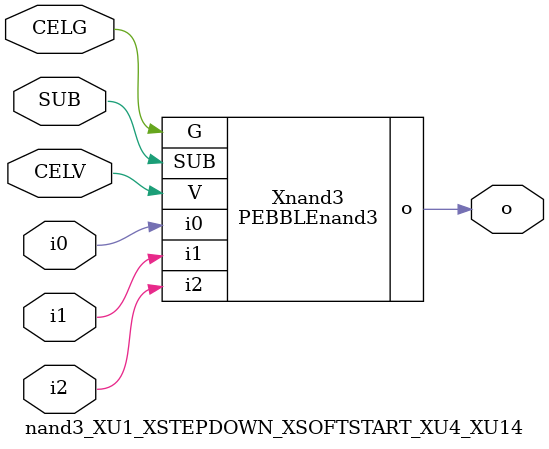
<source format=v>



module PEBBLEnand3 ( o, G, SUB, V, i0, i1, i2 );

  input i0;
  input V;
  input i2;
  input i1;
  input G;
  output o;
  input SUB;
endmodule

//Celera Confidential Do Not Copy nand3_XU1_XSTEPDOWN_XSOFTSTART_XU4_XU14
//Celera Confidential Symbol Generator
//5V Inverter
module nand3_XU1_XSTEPDOWN_XSOFTSTART_XU4_XU14 (CELV,CELG,i0,i1,i2,o,SUB);
input CELV;
input CELG;
input i0;
input i1;
input i2;
input SUB;
output o;

//Celera Confidential Do Not Copy nand3
PEBBLEnand3 Xnand3(
.V (CELV),
.i0 (i0),
.i1 (i1),
.i2 (i2),
.o (o),
.SUB (SUB),
.G (CELG)
);
//,diesize,PEBBLEnand3

//Celera Confidential Do Not Copy Module End
//Celera Schematic Generator
endmodule

</source>
